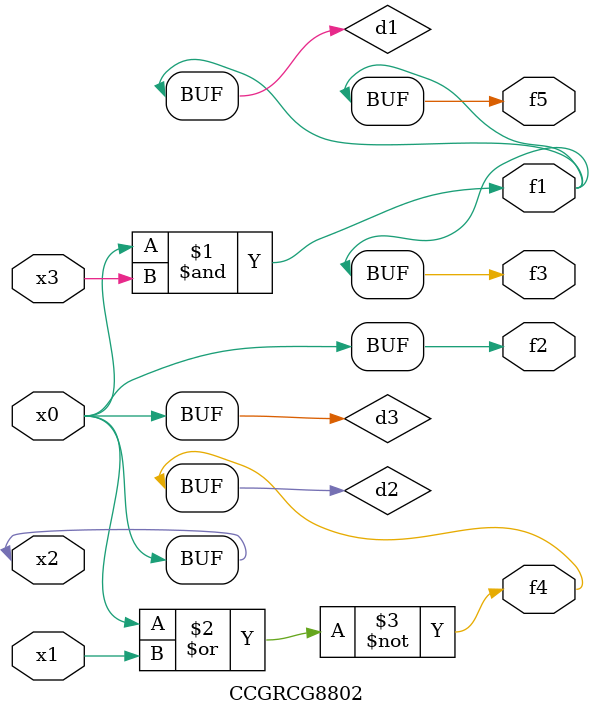
<source format=v>
module CCGRCG8802(
	input x0, x1, x2, x3,
	output f1, f2, f3, f4, f5
);

	wire d1, d2, d3;

	and (d1, x2, x3);
	nor (d2, x0, x1);
	buf (d3, x0, x2);
	assign f1 = d1;
	assign f2 = d3;
	assign f3 = d1;
	assign f4 = d2;
	assign f5 = d1;
endmodule

</source>
